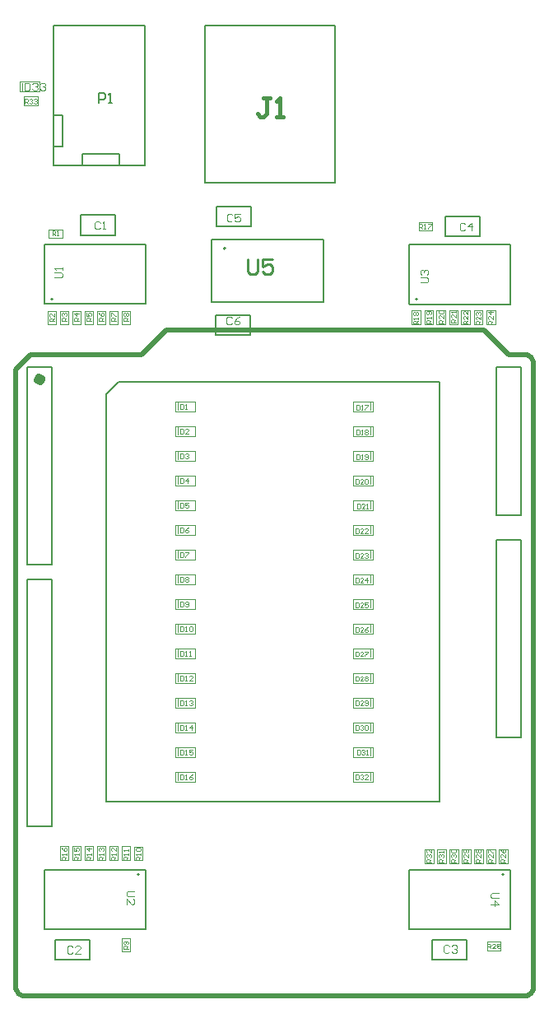
<source format=gm1>
G04*
G04 #@! TF.GenerationSoftware,Altium Limited,Altium Designer,19.0.14 (431)*
G04*
G04 Layer_Color=16711935*
%FSLAX44Y44*%
%MOMM*%
G71*
G01*
G75*
%ADD10C,0.2000*%
%ADD12C,0.1000*%
%ADD14C,1.0000*%
%ADD15C,0.5000*%
%ADD16C,0.2540*%
%ADD17C,0.4000*%
D10*
X940716Y1023620D02*
G03*
X940716Y1023620I-916J0D01*
G01*
X762803Y971550D02*
G03*
X762803Y971550I-803J0D01*
G01*
X851703Y379476D02*
G03*
X851703Y379476I-803J0D01*
G01*
X1137961Y971350D02*
G03*
X1137961Y971350I-803J0D01*
G01*
X1226861Y379476D02*
G03*
X1226861Y379476I-803J0D01*
G01*
X1041710Y968339D02*
Y1033272D01*
X926710Y968339D02*
Y1033272D01*
Y968339D02*
X1041710D01*
X926710Y1033272D02*
X1041710D01*
X754380Y1027938D02*
X858520D01*
Y966470D02*
Y1027938D01*
X754888Y966470D02*
X858520D01*
X754380Y966978D02*
Y1027938D01*
Y966978D02*
X754888Y966470D01*
X858012Y384556D02*
X858520Y384048D01*
Y323088D02*
Y384048D01*
X754380Y384556D02*
X858012D01*
X754380Y323088D02*
Y384556D01*
Y323088D02*
X858520D01*
X1129538Y1027738D02*
X1233678D01*
Y966270D02*
Y1027738D01*
X1130046Y966270D02*
X1233678D01*
X1129538Y966778D02*
Y1027738D01*
Y966778D02*
X1130046Y966270D01*
X1233170Y384556D02*
X1233678Y384048D01*
Y323088D02*
Y384048D01*
X1129538Y384556D02*
X1233170D01*
X1129538Y323088D02*
Y384556D01*
Y323088D02*
X1233678D01*
X919430Y1090956D02*
X1053541D01*
X919430D02*
Y1252084D01*
Y1253364D02*
X1053541D01*
Y1090956D02*
Y1253364D01*
X763800Y1109750D02*
X764800Y1108750D01*
X763800Y1128750D02*
X772800D01*
X763800Y1160750D02*
X772800D01*
X793800Y1120750D02*
X831800D01*
X764800Y1108750D02*
X857800D01*
X763800Y1252750D02*
X857800D01*
X831800Y1109750D02*
Y1120750D01*
X793800Y1109750D02*
Y1120750D01*
X772800Y1128750D02*
Y1160750D01*
X857800Y1108750D02*
Y1252750D01*
X763800Y1108750D02*
Y1252750D01*
X791850Y1058000D02*
X827350D01*
X791850Y1037500D02*
X827350D01*
Y1058000D01*
X791850Y1037500D02*
Y1058000D01*
X931600Y1046390D02*
X967100D01*
X931600Y1066890D02*
X967100D01*
X931600Y1046390D02*
Y1066890D01*
X967100Y1046390D02*
Y1066890D01*
X930940Y934630D02*
X966440D01*
X930940Y955130D02*
X966440D01*
X930940Y934630D02*
Y955130D01*
X966440Y934630D02*
Y955130D01*
X1167160Y1056628D02*
X1202660D01*
X1167160Y1036128D02*
X1202660D01*
Y1056628D01*
X1167160Y1036128D02*
Y1056628D01*
X1153190Y292010D02*
X1188690D01*
X1153190Y312510D02*
X1188690D01*
X1153190Y292010D02*
Y312510D01*
X1188690Y292010D02*
Y312510D01*
X765840Y292010D02*
X801340D01*
X765840Y312510D02*
X801340D01*
X765840Y292010D02*
Y312510D01*
X801340Y292010D02*
Y312510D01*
X1219200Y520700D02*
X1244600D01*
X1219200Y723900D02*
X1244600D01*
X1219200Y749300D02*
X1244600D01*
X1219200Y901700D02*
X1244600D01*
X736600Y429260D02*
X762000D01*
X736600Y683260D02*
X762000D01*
X736600Y698500D02*
X762000D01*
X736600Y901700D02*
X762000D01*
X1244600Y749300D02*
Y901700D01*
X1219200Y749300D02*
Y901700D01*
X762000Y698500D02*
Y901700D01*
X736600Y698500D02*
Y901700D01*
X1244600Y520700D02*
Y723900D01*
X1219200Y520700D02*
Y723900D01*
X762000Y429260D02*
Y683260D01*
X736600Y429260D02*
Y683260D01*
X932434Y886206D02*
X1046226D01*
X1160780D02*
X1160780Y454660D01*
X817880D02*
X1160780D01*
X817880Y873760D02*
X818134D01*
X1046226Y886206D02*
X1160780D01*
X830326D02*
X932434D01*
X817880Y873760D02*
X830326Y886206D01*
X817880Y454660D02*
Y873760D01*
X810538Y1173194D02*
Y1183191D01*
X815537D01*
X817203Y1181525D01*
Y1178192D01*
X815537Y1176526D01*
X810538D01*
X820535Y1173194D02*
X823867D01*
X822201D01*
Y1183191D01*
X820535Y1181525D01*
D12*
X1071956Y474980D02*
X1092276D01*
X1071956D02*
Y485140D01*
X1092276D01*
Y474980D02*
Y485140D01*
X1089736Y476250D02*
Y483870D01*
Y501650D02*
Y509270D01*
X1092276Y500380D02*
Y510540D01*
X1071956D02*
X1092276D01*
X1071956Y500380D02*
Y510540D01*
Y500380D02*
X1092276D01*
X1071956Y525780D02*
X1092276D01*
X1071956D02*
Y535940D01*
X1092276D01*
Y525780D02*
Y535940D01*
X1089736Y527050D02*
Y534670D01*
Y552450D02*
Y560070D01*
X1092276Y551180D02*
Y561340D01*
X1071956D02*
X1092276D01*
X1071956Y551180D02*
Y561340D01*
Y551180D02*
X1092276D01*
X1071956Y576580D02*
X1092276D01*
X1071956D02*
Y586740D01*
X1092276D01*
Y576580D02*
Y586740D01*
X1089736Y577850D02*
Y585470D01*
Y603250D02*
Y610870D01*
X1092276Y601980D02*
Y612140D01*
X1071956D02*
X1092276D01*
X1071956Y601980D02*
Y612140D01*
Y601980D02*
X1092276D01*
X1071956Y627380D02*
X1092276D01*
X1071956D02*
Y637540D01*
X1092276D01*
Y627380D02*
Y637540D01*
X1089736Y628650D02*
Y636270D01*
Y654050D02*
Y661670D01*
X1092276Y652780D02*
Y662940D01*
X1071956D02*
X1092276D01*
X1071956Y652780D02*
Y662940D01*
Y652780D02*
X1092276D01*
X1071956Y678180D02*
X1092276D01*
X1071956D02*
Y688340D01*
X1092276D01*
Y678180D02*
Y688340D01*
X1089736Y679450D02*
Y687070D01*
Y704850D02*
Y712470D01*
X1092276Y703580D02*
Y713740D01*
X1071956D02*
X1092276D01*
X1071956Y703580D02*
Y713740D01*
Y703580D02*
X1092276D01*
X1071956Y728980D02*
X1092276D01*
X1071956D02*
Y739140D01*
X1092276D01*
Y728980D02*
Y739140D01*
X1089736Y730250D02*
Y737870D01*
Y755650D02*
Y763270D01*
X1092276Y754380D02*
Y764540D01*
X1071956D02*
X1092276D01*
X1071956Y754380D02*
Y764540D01*
Y754380D02*
X1092276D01*
X1071956Y779780D02*
X1092276D01*
X1071956D02*
Y789940D01*
X1092276D01*
Y779780D02*
Y789940D01*
X1089736Y781050D02*
Y788670D01*
Y806450D02*
Y814070D01*
X1092276Y805180D02*
Y815340D01*
X1071956D02*
X1092276D01*
X1071956Y805180D02*
Y815340D01*
Y805180D02*
X1092276D01*
X1071956Y830580D02*
X1092276D01*
X1071956D02*
Y840740D01*
X1092276D01*
Y830580D02*
Y840740D01*
X1089736Y831850D02*
Y839470D01*
Y857250D02*
Y864870D01*
X1092276Y855980D02*
Y866140D01*
X1071956D02*
X1092276D01*
X1071956Y855980D02*
Y866140D01*
Y855980D02*
X1092276D01*
X889076Y485140D02*
X909396D01*
Y474980D02*
Y485140D01*
X889076Y474980D02*
X909396D01*
X889076D02*
Y485140D01*
X891616Y476250D02*
Y483870D01*
Y501650D02*
Y509270D01*
X889076Y500380D02*
Y510540D01*
Y500380D02*
X909396D01*
Y510540D01*
X889076D02*
X909396D01*
X889076Y535940D02*
X909396D01*
Y525780D02*
Y535940D01*
X889076Y525780D02*
X909396D01*
X889076D02*
Y535940D01*
X891616Y527050D02*
Y534670D01*
Y552450D02*
Y560070D01*
X889076Y551180D02*
Y561340D01*
Y551180D02*
X909396D01*
Y561340D01*
X889076D02*
X909396D01*
X889076Y586740D02*
X909396D01*
Y576580D02*
Y586740D01*
X889076Y576580D02*
X909396D01*
X889076D02*
Y586740D01*
X891616Y577850D02*
Y585470D01*
Y603250D02*
Y610870D01*
X889076Y601980D02*
Y612140D01*
Y601980D02*
X909396D01*
Y612140D01*
X889076D02*
X909396D01*
X889076Y637540D02*
X909396D01*
Y627380D02*
Y637540D01*
X889076Y627380D02*
X909396D01*
X889076D02*
Y637540D01*
X891616Y628650D02*
Y636270D01*
Y654050D02*
Y661670D01*
X889076Y652780D02*
Y662940D01*
Y652780D02*
X909396D01*
Y662940D01*
X889076D02*
X909396D01*
X889076Y688340D02*
X909396D01*
Y678180D02*
Y688340D01*
X889076Y678180D02*
X909396D01*
X889076D02*
Y688340D01*
X891616Y679450D02*
Y687070D01*
Y704850D02*
Y712470D01*
X889076Y703580D02*
Y713740D01*
Y703580D02*
X909396D01*
Y713740D01*
X889076D02*
X909396D01*
X889076Y739140D02*
X909396D01*
Y728980D02*
Y739140D01*
X889076Y728980D02*
X909396D01*
X889076D02*
Y739140D01*
X891616Y730250D02*
Y737870D01*
Y755650D02*
Y763270D01*
X889076Y754380D02*
Y764540D01*
Y754380D02*
X909396D01*
Y764540D01*
X889076D02*
X909396D01*
X889076Y789940D02*
X909396D01*
Y779780D02*
Y789940D01*
X889076Y779780D02*
X909396D01*
X889076D02*
Y789940D01*
X891616Y781050D02*
Y788670D01*
Y806450D02*
Y814070D01*
X889076Y805180D02*
Y815340D01*
Y805180D02*
X909396D01*
Y815340D01*
X889076D02*
X909396D01*
X731520Y1186180D02*
Y1193800D01*
X728980Y1184910D02*
Y1195070D01*
Y1184910D02*
X749300D01*
Y1195070D01*
X728980D02*
X749300D01*
X733298Y1170973D02*
Y1180117D01*
Y1170973D02*
X747522D01*
Y1180117D01*
X733298D02*
X747522D01*
X842772Y945388D02*
Y959612D01*
X833628Y945388D02*
X842772D01*
X833628D02*
Y959612D01*
X842772D01*
X820928D02*
X830072D01*
X820928Y945388D02*
Y959612D01*
Y945388D02*
X830072D01*
Y959612D01*
X817372Y945388D02*
Y959612D01*
X808228Y945388D02*
X817372D01*
X808228D02*
Y959612D01*
X817372D01*
X795528D02*
X804672D01*
X795528Y945388D02*
Y959612D01*
Y945388D02*
X804672D01*
Y959612D01*
X791972Y945388D02*
Y959612D01*
X782828Y945388D02*
X791972D01*
X782828D02*
Y959612D01*
X791972D01*
X770128D02*
X779272D01*
X770128Y945388D02*
Y959612D01*
Y945388D02*
X779272D01*
Y959612D01*
X766572Y945388D02*
Y959612D01*
X757428Y945388D02*
X766572D01*
X757428D02*
Y959612D01*
X766572D01*
X772912Y1034288D02*
Y1043432D01*
X758688D02*
X772912D01*
X758688Y1034288D02*
Y1043432D01*
Y1034288D02*
X772912D01*
X1153470Y1041908D02*
Y1051052D01*
X1139246D02*
X1153470D01*
X1139246Y1041908D02*
Y1051052D01*
Y1041908D02*
X1153470D01*
X1218250Y945937D02*
Y960161D01*
X1209106Y945937D02*
X1218250D01*
X1209106D02*
Y960161D01*
X1218250D01*
X1196086D02*
X1205230D01*
X1196086Y945937D02*
Y960161D01*
Y945937D02*
X1205230D01*
Y960161D01*
X1192342Y945937D02*
Y960161D01*
X1183198Y945937D02*
X1192342D01*
X1183198D02*
Y960161D01*
X1192342D01*
X1170686D02*
X1179830D01*
X1170686Y945937D02*
Y960161D01*
Y945937D02*
X1179830D01*
Y960161D01*
X1166942Y945937D02*
Y960161D01*
X1157798Y945937D02*
X1166942D01*
X1157798D02*
Y960161D01*
X1166942D01*
X1145286D02*
X1154430D01*
X1145286Y945937D02*
Y960161D01*
Y945937D02*
X1154430D01*
Y960161D01*
X1141542Y945937D02*
Y960161D01*
X1132398Y945937D02*
X1141542D01*
X1132398D02*
Y960161D01*
X1141542D01*
X1221580Y391358D02*
Y405582D01*
X1230724D01*
Y391358D02*
Y405582D01*
X1221580Y391358D02*
X1230724D01*
X1208880D02*
X1218024D01*
Y405582D01*
X1208880D02*
X1218024D01*
X1208880Y391358D02*
Y405582D01*
X1196180Y391358D02*
Y405582D01*
X1205324D01*
Y391358D02*
Y405582D01*
X1196180Y391358D02*
X1205324D01*
X1183480D02*
X1192624D01*
Y405582D01*
X1183480D02*
X1192624D01*
X1183480Y391358D02*
Y405582D01*
X1170780Y391358D02*
Y405582D01*
X1179924D01*
Y391358D02*
Y405582D01*
X1170780Y391358D02*
X1179924D01*
X1158080D02*
X1167224D01*
Y405582D01*
X1158080D02*
X1167224D01*
X1158080Y391358D02*
Y405582D01*
X1145380Y391358D02*
Y405582D01*
X1154524D01*
Y391358D02*
Y405582D01*
X1145380Y391358D02*
X1154524D01*
X1209548Y301498D02*
Y310642D01*
Y301498D02*
X1223772D01*
Y310642D01*
X1209548D02*
X1223772D01*
X846328Y394208D02*
Y408432D01*
X855472D01*
Y394208D02*
Y408432D01*
X846328Y394208D02*
X855472D01*
X833628Y394426D02*
X842772D01*
Y408650D01*
X833628D02*
X842772D01*
X833628Y394426D02*
Y408650D01*
X820928Y394426D02*
Y408650D01*
X830072D01*
Y394426D02*
Y408650D01*
X820928Y394426D02*
X830072D01*
X808228D02*
X817372D01*
Y408650D01*
X808228D02*
X817372D01*
X808228Y394426D02*
Y408650D01*
X795528Y394426D02*
Y408650D01*
X804672D01*
Y394426D02*
Y408650D01*
X795528Y394426D02*
X804672D01*
X782828Y394426D02*
X791972D01*
Y408650D01*
X782828D02*
X791972D01*
X782828Y394426D02*
Y408650D01*
X770128Y394426D02*
Y408650D01*
X779272D01*
Y394426D02*
Y408650D01*
X770128Y394426D02*
X779272D01*
X833628Y314452D02*
X842772D01*
X833628Y300228D02*
Y314452D01*
Y300228D02*
X842772D01*
Y314452D01*
X889076Y866140D02*
X909396D01*
Y855980D02*
Y866140D01*
X889076Y855980D02*
X909396D01*
X889076D02*
Y866140D01*
X891616Y857250D02*
Y864870D01*
Y831850D02*
Y839470D01*
X889076Y830580D02*
Y840740D01*
Y830580D02*
X909396D01*
Y840740D01*
X889076D02*
X909396D01*
X764671Y993648D02*
X771335D01*
X772668Y994981D01*
Y997647D01*
X771335Y998980D01*
X764671D01*
X772668Y1001645D02*
Y1004311D01*
Y1002978D01*
X764671D01*
X766003Y1001645D01*
X846959Y362458D02*
X840295D01*
X838962Y361125D01*
Y358459D01*
X840295Y357126D01*
X846959D01*
X838962Y349129D02*
Y354461D01*
X844294Y349129D01*
X845627D01*
X846959Y350462D01*
Y353128D01*
X845627Y354461D01*
X1141099Y988568D02*
X1147763D01*
X1149096Y989901D01*
Y992567D01*
X1147763Y993900D01*
X1141099D01*
X1142431Y996565D02*
X1141099Y997898D01*
Y1000564D01*
X1142431Y1001897D01*
X1143764D01*
X1145097Y1000564D01*
Y999231D01*
Y1000564D01*
X1146430Y1001897D01*
X1147763D01*
X1149096Y1000564D01*
Y997898D01*
X1147763Y996565D01*
X1221609Y360680D02*
X1214945D01*
X1213612Y359347D01*
Y356681D01*
X1214945Y355348D01*
X1221609D01*
X1213612Y348684D02*
X1221609D01*
X1217611Y352683D01*
Y347351D01*
X1074166Y482264D02*
Y477266D01*
X1076665D01*
X1077498Y478099D01*
Y481431D01*
X1076665Y482264D01*
X1074166D01*
X1079164Y481431D02*
X1079997Y482264D01*
X1081664D01*
X1082497Y481431D01*
Y480598D01*
X1081664Y479765D01*
X1080831D01*
X1081664D01*
X1082497Y478932D01*
Y478099D01*
X1081664Y477266D01*
X1079997D01*
X1079164Y478099D01*
X1087495Y477266D02*
X1084163D01*
X1087495Y480598D01*
Y481431D01*
X1086662Y482264D01*
X1084996D01*
X1084163Y481431D01*
X1075832Y507631D02*
Y502632D01*
X1078331D01*
X1079164Y503465D01*
Y506797D01*
X1078331Y507631D01*
X1075832D01*
X1080831Y506797D02*
X1081664Y507631D01*
X1083330D01*
X1084163Y506797D01*
Y505964D01*
X1083330Y505131D01*
X1082497D01*
X1083330D01*
X1084163Y504298D01*
Y503465D01*
X1083330Y502632D01*
X1081664D01*
X1080831Y503465D01*
X1085829Y502632D02*
X1087495D01*
X1086662D01*
Y507631D01*
X1085829Y506797D01*
X1074166Y532997D02*
Y527998D01*
X1076665D01*
X1077498Y528831D01*
Y532164D01*
X1076665Y532997D01*
X1074166D01*
X1079164Y532164D02*
X1079997Y532997D01*
X1081664D01*
X1082497Y532164D01*
Y531330D01*
X1081664Y530497D01*
X1080831D01*
X1081664D01*
X1082497Y529664D01*
Y528831D01*
X1081664Y527998D01*
X1079997D01*
X1079164Y528831D01*
X1084163Y532164D02*
X1084996Y532997D01*
X1086662D01*
X1087495Y532164D01*
Y528831D01*
X1086662Y527998D01*
X1084996D01*
X1084163Y528831D01*
Y532164D01*
X1074166Y558363D02*
Y553364D01*
X1076665D01*
X1077498Y554197D01*
Y557530D01*
X1076665Y558363D01*
X1074166D01*
X1082497Y553364D02*
X1079164D01*
X1082497Y556697D01*
Y557530D01*
X1081664Y558363D01*
X1079997D01*
X1079164Y557530D01*
X1084163Y554197D02*
X1084996Y553364D01*
X1086662D01*
X1087495Y554197D01*
Y557530D01*
X1086662Y558363D01*
X1084996D01*
X1084163Y557530D01*
Y556697D01*
X1084996Y555863D01*
X1087495D01*
X1074166Y583729D02*
Y578731D01*
X1076665D01*
X1077498Y579563D01*
Y582896D01*
X1076665Y583729D01*
X1074166D01*
X1082497Y578731D02*
X1079164D01*
X1082497Y582063D01*
Y582896D01*
X1081664Y583729D01*
X1079997D01*
X1079164Y582896D01*
X1084163D02*
X1084996Y583729D01*
X1086662D01*
X1087495Y582896D01*
Y582063D01*
X1086662Y581230D01*
X1087495Y580397D01*
Y579563D01*
X1086662Y578731D01*
X1084996D01*
X1084163Y579563D01*
Y580397D01*
X1084996Y581230D01*
X1084163Y582063D01*
Y582896D01*
X1084996Y581230D02*
X1086662D01*
X1074166Y609095D02*
Y604097D01*
X1076665D01*
X1077498Y604930D01*
Y608262D01*
X1076665Y609095D01*
X1074166D01*
X1082497Y604097D02*
X1079164D01*
X1082497Y607429D01*
Y608262D01*
X1081664Y609095D01*
X1079997D01*
X1079164Y608262D01*
X1084163Y609095D02*
X1087495D01*
Y608262D01*
X1084163Y604930D01*
Y604097D01*
X1074166Y634461D02*
Y629463D01*
X1076665D01*
X1077498Y630296D01*
Y633628D01*
X1076665Y634461D01*
X1074166D01*
X1082497Y629463D02*
X1079164D01*
X1082497Y632795D01*
Y633628D01*
X1081664Y634461D01*
X1079997D01*
X1079164Y633628D01*
X1087495Y634461D02*
X1085829Y633628D01*
X1084163Y631962D01*
Y630296D01*
X1084996Y629463D01*
X1086662D01*
X1087495Y630296D01*
Y631129D01*
X1086662Y631962D01*
X1084163D01*
X1074166Y659827D02*
Y654829D01*
X1076665D01*
X1077498Y655662D01*
Y658994D01*
X1076665Y659827D01*
X1074166D01*
X1082497Y654829D02*
X1079164D01*
X1082497Y658161D01*
Y658994D01*
X1081664Y659827D01*
X1079997D01*
X1079164Y658994D01*
X1087495Y659827D02*
X1084163D01*
Y657328D01*
X1085829Y658161D01*
X1086662D01*
X1087495Y657328D01*
Y655662D01*
X1086662Y654829D01*
X1084996D01*
X1084163Y655662D01*
X1074166Y685193D02*
Y680195D01*
X1076665D01*
X1077498Y681028D01*
Y684360D01*
X1076665Y685193D01*
X1074166D01*
X1082497Y680195D02*
X1079164D01*
X1082497Y683527D01*
Y684360D01*
X1081664Y685193D01*
X1079997D01*
X1079164Y684360D01*
X1086662Y680195D02*
Y685193D01*
X1084163Y682694D01*
X1087495D01*
X1074166Y710559D02*
Y705561D01*
X1076665D01*
X1077498Y706394D01*
Y709726D01*
X1076665Y710559D01*
X1074166D01*
X1082497Y705561D02*
X1079164D01*
X1082497Y708893D01*
Y709726D01*
X1081664Y710559D01*
X1079997D01*
X1079164Y709726D01*
X1084163D02*
X1084996Y710559D01*
X1086662D01*
X1087495Y709726D01*
Y708893D01*
X1086662Y708060D01*
X1085829D01*
X1086662D01*
X1087495Y707227D01*
Y706394D01*
X1086662Y705561D01*
X1084996D01*
X1084163Y706394D01*
X1074166Y735926D02*
Y730927D01*
X1076665D01*
X1077498Y731760D01*
Y735092D01*
X1076665Y735926D01*
X1074166D01*
X1082497Y730927D02*
X1079164D01*
X1082497Y734259D01*
Y735092D01*
X1081664Y735926D01*
X1079997D01*
X1079164Y735092D01*
X1087495Y730927D02*
X1084163D01*
X1087495Y734259D01*
Y735092D01*
X1086662Y735926D01*
X1084996D01*
X1084163Y735092D01*
X1075832Y761292D02*
Y756293D01*
X1078331D01*
X1079164Y757126D01*
Y760459D01*
X1078331Y761292D01*
X1075832D01*
X1084163Y756293D02*
X1080831D01*
X1084163Y759625D01*
Y760459D01*
X1083330Y761292D01*
X1081664D01*
X1080831Y760459D01*
X1085829Y756293D02*
X1087495D01*
X1086662D01*
Y761292D01*
X1085829Y760459D01*
X1074166Y786658D02*
Y781659D01*
X1076665D01*
X1077498Y782493D01*
Y785825D01*
X1076665Y786658D01*
X1074166D01*
X1082497Y781659D02*
X1079164D01*
X1082497Y784992D01*
Y785825D01*
X1081664Y786658D01*
X1079997D01*
X1079164Y785825D01*
X1084163D02*
X1084996Y786658D01*
X1086662D01*
X1087495Y785825D01*
Y782493D01*
X1086662Y781659D01*
X1084996D01*
X1084163Y782493D01*
Y785825D01*
X1074999Y812024D02*
Y807026D01*
X1077498D01*
X1078331Y807859D01*
Y811191D01*
X1077498Y812024D01*
X1074999D01*
X1079997Y807026D02*
X1081664D01*
X1080831D01*
Y812024D01*
X1079997Y811191D01*
X1084163Y807859D02*
X1084996Y807026D01*
X1086662D01*
X1087495Y807859D01*
Y811191D01*
X1086662Y812024D01*
X1084996D01*
X1084163Y811191D01*
Y810358D01*
X1084996Y809525D01*
X1087495D01*
X1074999Y837390D02*
Y832392D01*
X1077498D01*
X1078331Y833225D01*
Y836557D01*
X1077498Y837390D01*
X1074999D01*
X1079997Y832392D02*
X1081664D01*
X1080831D01*
Y837390D01*
X1079997Y836557D01*
X1084163D02*
X1084996Y837390D01*
X1086662D01*
X1087495Y836557D01*
Y835724D01*
X1086662Y834891D01*
X1087495Y834058D01*
Y833225D01*
X1086662Y832392D01*
X1084996D01*
X1084163Y833225D01*
Y834058D01*
X1084996Y834891D01*
X1084163Y835724D01*
Y836557D01*
X1084996Y834891D02*
X1086662D01*
X1074999Y862756D02*
Y857758D01*
X1077498D01*
X1078331Y858591D01*
Y861923D01*
X1077498Y862756D01*
X1074999D01*
X1079997Y857758D02*
X1081664D01*
X1080831D01*
Y862756D01*
X1079997Y861923D01*
X1084163Y862756D02*
X1087495D01*
Y861923D01*
X1084163Y858591D01*
Y857758D01*
X894410Y482264D02*
Y477266D01*
X896909D01*
X897742Y478099D01*
Y481431D01*
X896909Y482264D01*
X894410D01*
X899408Y477266D02*
X901075D01*
X900241D01*
Y482264D01*
X899408Y481431D01*
X906906Y482264D02*
X905240Y481431D01*
X903574Y479765D01*
Y478099D01*
X904407Y477266D01*
X906073D01*
X906906Y478099D01*
Y478932D01*
X906073Y479765D01*
X903574D01*
X894410Y507664D02*
Y502666D01*
X896909D01*
X897742Y503499D01*
Y506831D01*
X896909Y507664D01*
X894410D01*
X899408Y502666D02*
X901075D01*
X900241D01*
Y507664D01*
X899408Y506831D01*
X906906Y507664D02*
X903574D01*
Y505165D01*
X905240Y505998D01*
X906073D01*
X906906Y505165D01*
Y503499D01*
X906073Y502666D01*
X904407D01*
X903574Y503499D01*
X894410Y533064D02*
Y528066D01*
X896909D01*
X897742Y528899D01*
Y532231D01*
X896909Y533064D01*
X894410D01*
X899408Y528066D02*
X901075D01*
X900241D01*
Y533064D01*
X899408Y532231D01*
X906073Y528066D02*
Y533064D01*
X903574Y530565D01*
X906906D01*
X894410Y558464D02*
Y553466D01*
X896909D01*
X897742Y554299D01*
Y557631D01*
X896909Y558464D01*
X894410D01*
X899408Y553466D02*
X901075D01*
X900241D01*
Y558464D01*
X899408Y557631D01*
X903574D02*
X904407Y558464D01*
X906073D01*
X906906Y557631D01*
Y556798D01*
X906073Y555965D01*
X905240D01*
X906073D01*
X906906Y555132D01*
Y554299D01*
X906073Y553466D01*
X904407D01*
X903574Y554299D01*
X894410Y583864D02*
Y578866D01*
X896909D01*
X897742Y579699D01*
Y583031D01*
X896909Y583864D01*
X894410D01*
X899408Y578866D02*
X901075D01*
X900241D01*
Y583864D01*
X899408Y583031D01*
X906906Y578866D02*
X903574D01*
X906906Y582198D01*
Y583031D01*
X906073Y583864D01*
X904407D01*
X903574Y583031D01*
X894410Y609264D02*
Y604266D01*
X896909D01*
X897742Y605099D01*
Y608431D01*
X896909Y609264D01*
X894410D01*
X899408Y604266D02*
X901075D01*
X900241D01*
Y609264D01*
X899408Y608431D01*
X903574Y604266D02*
X905240D01*
X904407D01*
Y609264D01*
X903574Y608431D01*
X894410Y634664D02*
Y629666D01*
X896909D01*
X897742Y630499D01*
Y633831D01*
X896909Y634664D01*
X894410D01*
X899408Y629666D02*
X901075D01*
X900241D01*
Y634664D01*
X899408Y633831D01*
X903574D02*
X904407Y634664D01*
X906073D01*
X906906Y633831D01*
Y630499D01*
X906073Y629666D01*
X904407D01*
X903574Y630499D01*
Y633831D01*
X894410Y660064D02*
Y655066D01*
X896909D01*
X897742Y655899D01*
Y659231D01*
X896909Y660064D01*
X894410D01*
X899408Y655899D02*
X900241Y655066D01*
X901908D01*
X902741Y655899D01*
Y659231D01*
X901908Y660064D01*
X900241D01*
X899408Y659231D01*
Y658398D01*
X900241Y657565D01*
X902741D01*
X894410Y685464D02*
Y680466D01*
X896909D01*
X897742Y681299D01*
Y684631D01*
X896909Y685464D01*
X894410D01*
X899408Y684631D02*
X900241Y685464D01*
X901908D01*
X902741Y684631D01*
Y683798D01*
X901908Y682965D01*
X902741Y682132D01*
Y681299D01*
X901908Y680466D01*
X900241D01*
X899408Y681299D01*
Y682132D01*
X900241Y682965D01*
X899408Y683798D01*
Y684631D01*
X900241Y682965D02*
X901908D01*
X894410Y710864D02*
Y705866D01*
X896909D01*
X897742Y706699D01*
Y710031D01*
X896909Y710864D01*
X894410D01*
X899408D02*
X902741D01*
Y710031D01*
X899408Y706699D01*
Y705866D01*
X894410Y736264D02*
Y731266D01*
X896909D01*
X897742Y732099D01*
Y735431D01*
X896909Y736264D01*
X894410D01*
X902741D02*
X901075Y735431D01*
X899408Y733765D01*
Y732099D01*
X900241Y731266D01*
X901908D01*
X902741Y732099D01*
Y732932D01*
X901908Y733765D01*
X899408D01*
X894410Y761664D02*
Y756666D01*
X896909D01*
X897742Y757499D01*
Y760831D01*
X896909Y761664D01*
X894410D01*
X902741D02*
X899408D01*
Y759165D01*
X901075Y759998D01*
X901908D01*
X902741Y759165D01*
Y757499D01*
X901908Y756666D01*
X900241D01*
X899408Y757499D01*
X894410Y787064D02*
Y782066D01*
X896909D01*
X897742Y782899D01*
Y786231D01*
X896909Y787064D01*
X894410D01*
X901908Y782066D02*
Y787064D01*
X899408Y784565D01*
X902741D01*
X894410Y812464D02*
Y807466D01*
X896909D01*
X897742Y808299D01*
Y811631D01*
X896909Y812464D01*
X894410D01*
X899408Y811631D02*
X900241Y812464D01*
X901908D01*
X902741Y811631D01*
Y810798D01*
X901908Y809965D01*
X901075D01*
X901908D01*
X902741Y809132D01*
Y808299D01*
X901908Y807466D01*
X900241D01*
X899408Y808299D01*
X734060Y1194177D02*
Y1186180D01*
X738059D01*
X739392Y1187513D01*
Y1192844D01*
X738059Y1194177D01*
X734060D01*
X742057Y1192844D02*
X743390Y1194177D01*
X746056D01*
X747389Y1192844D01*
Y1191512D01*
X746056Y1190179D01*
X744723D01*
X746056D01*
X747389Y1188846D01*
Y1187513D01*
X746056Y1186180D01*
X743390D01*
X742057Y1187513D01*
X750055Y1192844D02*
X751388Y1194177D01*
X754054D01*
X755386Y1192844D01*
Y1191512D01*
X754054Y1190179D01*
X752721D01*
X754054D01*
X755386Y1188846D01*
Y1187513D01*
X754054Y1186180D01*
X751388D01*
X750055Y1187513D01*
X733806Y1173005D02*
Y1178003D01*
X736305D01*
X737138Y1177170D01*
Y1175504D01*
X736305Y1174671D01*
X733806D01*
X735472D02*
X737138Y1173005D01*
X738804Y1177170D02*
X739637Y1178003D01*
X741303D01*
X742137Y1177170D01*
Y1176337D01*
X741303Y1175504D01*
X740471D01*
X741303D01*
X742137Y1174671D01*
Y1173838D01*
X741303Y1173005D01*
X739637D01*
X738804Y1173838D01*
X743803Y1177170D02*
X744636Y1178003D01*
X746302D01*
X747135Y1177170D01*
Y1176337D01*
X746302Y1175504D01*
X745469D01*
X746302D01*
X747135Y1174671D01*
Y1173838D01*
X746302Y1173005D01*
X744636D01*
X743803Y1173838D01*
X840994Y948944D02*
X835996D01*
Y951443D01*
X836829Y952276D01*
X838495D01*
X839328Y951443D01*
Y948944D01*
Y950610D02*
X840994Y952276D01*
X836829Y953942D02*
X835996Y954775D01*
Y956441D01*
X836829Y957275D01*
X837662D01*
X838495Y956441D01*
X839328Y957275D01*
X840161D01*
X840994Y956441D01*
Y954775D01*
X840161Y953942D01*
X839328D01*
X838495Y954775D01*
X837662Y953942D01*
X836829D01*
X838495Y954775D02*
Y956441D01*
X828040Y949452D02*
X823042D01*
Y951951D01*
X823875Y952784D01*
X825541D01*
X826374Y951951D01*
Y949452D01*
Y951118D02*
X828040Y952784D01*
X823042Y954450D02*
Y957783D01*
X823875D01*
X827207Y954450D01*
X828040D01*
X815086Y949198D02*
X810088D01*
Y951697D01*
X810921Y952530D01*
X812587D01*
X813420Y951697D01*
Y949198D01*
Y950864D02*
X815086Y952530D01*
X810088Y957529D02*
X810921Y955863D01*
X812587Y954196D01*
X814253D01*
X815086Y955029D01*
Y956695D01*
X814253Y957529D01*
X813420D01*
X812587Y956695D01*
Y954196D01*
X802386Y948944D02*
X797388D01*
Y951443D01*
X798221Y952276D01*
X799887D01*
X800720Y951443D01*
Y948944D01*
Y950610D02*
X802386Y952276D01*
X797388Y957275D02*
Y953942D01*
X799887D01*
X799054Y955609D01*
Y956441D01*
X799887Y957275D01*
X801553D01*
X802386Y956441D01*
Y954775D01*
X801553Y953942D01*
X790194Y949198D02*
X785196D01*
Y951697D01*
X786029Y952530D01*
X787695D01*
X788528Y951697D01*
Y949198D01*
Y950864D02*
X790194Y952530D01*
Y956695D02*
X785196D01*
X787695Y954196D01*
Y957529D01*
X776986Y949198D02*
X771988D01*
Y951697D01*
X772821Y952530D01*
X774487D01*
X775320Y951697D01*
Y949198D01*
Y950864D02*
X776986Y952530D01*
X772821Y954196D02*
X771988Y955029D01*
Y956695D01*
X772821Y957529D01*
X773654D01*
X774487Y956695D01*
Y955863D01*
Y956695D01*
X775320Y957529D01*
X776153D01*
X776986Y956695D01*
Y955029D01*
X776153Y954196D01*
X764286Y948690D02*
X759288D01*
Y951189D01*
X760121Y952022D01*
X761787D01*
X762620Y951189D01*
Y948690D01*
Y950356D02*
X764286Y952022D01*
Y957021D02*
Y953688D01*
X760954Y957021D01*
X760121D01*
X759288Y956188D01*
Y954521D01*
X760121Y953688D01*
X762508Y1036828D02*
Y1041826D01*
X765007D01*
X765840Y1040993D01*
Y1039327D01*
X765007Y1038494D01*
X762508D01*
X764174D02*
X765840Y1036828D01*
X767506D02*
X769173D01*
X768339D01*
Y1041826D01*
X767506Y1040993D01*
X811682Y1050164D02*
X810349Y1051497D01*
X807683D01*
X806350Y1050164D01*
Y1044833D01*
X807683Y1043500D01*
X810349D01*
X811682Y1044833D01*
X814347Y1043500D02*
X817013D01*
X815680D01*
Y1051497D01*
X814347Y1050164D01*
X947672Y1057971D02*
X946339Y1059303D01*
X943673D01*
X942340Y1057971D01*
Y1052639D01*
X943673Y1051306D01*
X946339D01*
X947672Y1052639D01*
X955669Y1059303D02*
X950337D01*
Y1055305D01*
X953003Y1056638D01*
X954336D01*
X955669Y1055305D01*
Y1052639D01*
X954336Y1051306D01*
X951670D01*
X950337Y1052639D01*
X947164Y952053D02*
X945831Y953385D01*
X943165D01*
X941832Y952053D01*
Y946721D01*
X943165Y945388D01*
X945831D01*
X947164Y946721D01*
X955161Y953385D02*
X952495Y952053D01*
X949829Y949387D01*
Y946721D01*
X951162Y945388D01*
X953828D01*
X955161Y946721D01*
Y948054D01*
X953828Y949387D01*
X949829D01*
X1186992Y1048792D02*
X1185659Y1050125D01*
X1182993D01*
X1181660Y1048792D01*
Y1043461D01*
X1182993Y1042128D01*
X1185659D01*
X1186992Y1043461D01*
X1193656Y1042128D02*
Y1050125D01*
X1189657Y1046127D01*
X1194989D01*
X1139952Y1043940D02*
Y1048938D01*
X1142451D01*
X1143284Y1048105D01*
Y1046439D01*
X1142451Y1045606D01*
X1139952D01*
X1141618D02*
X1143284Y1043940D01*
X1144950D02*
X1146617D01*
X1145783D01*
Y1048938D01*
X1144950Y1048105D01*
X1149116Y1048938D02*
X1152448D01*
Y1048105D01*
X1149116Y1044773D01*
Y1043940D01*
X1215898Y945642D02*
X1210900D01*
Y948141D01*
X1211733Y948974D01*
X1213399D01*
X1214232Y948141D01*
Y945642D01*
Y947308D02*
X1215898Y948974D01*
Y953973D02*
Y950640D01*
X1212566Y953973D01*
X1211733D01*
X1210900Y953139D01*
Y951473D01*
X1211733Y950640D01*
X1215898Y958138D02*
X1210900D01*
X1213399Y955639D01*
Y958971D01*
X1203198Y945388D02*
X1198200D01*
Y947887D01*
X1199033Y948720D01*
X1200699D01*
X1201532Y947887D01*
Y945388D01*
Y947054D02*
X1203198Y948720D01*
Y953719D02*
Y950386D01*
X1199866Y953719D01*
X1199033D01*
X1198200Y952886D01*
Y951219D01*
X1199033Y950386D01*
Y955385D02*
X1198200Y956218D01*
Y957884D01*
X1199033Y958717D01*
X1199866D01*
X1200699Y957884D01*
Y957051D01*
Y957884D01*
X1201532Y958717D01*
X1202365D01*
X1203198Y957884D01*
Y956218D01*
X1202365Y955385D01*
X1189990Y946150D02*
X1184992D01*
Y948649D01*
X1185825Y949482D01*
X1187491D01*
X1188324Y948649D01*
Y946150D01*
Y947816D02*
X1189990Y949482D01*
Y954481D02*
Y951148D01*
X1186658Y954481D01*
X1185825D01*
X1184992Y953648D01*
Y951981D01*
X1185825Y951148D01*
X1189990Y959479D02*
Y956147D01*
X1186658Y959479D01*
X1185825D01*
X1184992Y958646D01*
Y956980D01*
X1185825Y956147D01*
X1177544Y947420D02*
X1172546D01*
Y949919D01*
X1173379Y950752D01*
X1175045D01*
X1175878Y949919D01*
Y947420D01*
Y949086D02*
X1177544Y950752D01*
Y955751D02*
Y952418D01*
X1174212Y955751D01*
X1173379D01*
X1172546Y954918D01*
Y953251D01*
X1173379Y952418D01*
X1177544Y957417D02*
Y959083D01*
Y958250D01*
X1172546D01*
X1173379Y957417D01*
X1164844Y946912D02*
X1159846D01*
Y949411D01*
X1160679Y950244D01*
X1162345D01*
X1163178Y949411D01*
Y946912D01*
Y948578D02*
X1164844Y950244D01*
Y955243D02*
Y951910D01*
X1161512Y955243D01*
X1160679D01*
X1159846Y954409D01*
Y952743D01*
X1160679Y951910D01*
Y956909D02*
X1159846Y957742D01*
Y959408D01*
X1160679Y960241D01*
X1164011D01*
X1164844Y959408D01*
Y957742D01*
X1164011Y956909D01*
X1160679D01*
X1152144Y946912D02*
X1147146D01*
Y949411D01*
X1147979Y950244D01*
X1149645D01*
X1150478Y949411D01*
Y946912D01*
Y948578D02*
X1152144Y950244D01*
Y951910D02*
Y953577D01*
Y952743D01*
X1147146D01*
X1147979Y951910D01*
X1151311Y956076D02*
X1152144Y956909D01*
Y958575D01*
X1151311Y959408D01*
X1147979D01*
X1147146Y958575D01*
Y956909D01*
X1147979Y956076D01*
X1148812D01*
X1149645Y956909D01*
Y959408D01*
X1138936Y946150D02*
X1133938D01*
Y948649D01*
X1134771Y949482D01*
X1136437D01*
X1137270Y948649D01*
Y946150D01*
Y947816D02*
X1138936Y949482D01*
Y951148D02*
Y952814D01*
Y951981D01*
X1133938D01*
X1134771Y951148D01*
Y955314D02*
X1133938Y956147D01*
Y957813D01*
X1134771Y958646D01*
X1135604D01*
X1136437Y957813D01*
X1137270Y958646D01*
X1138103D01*
X1138936Y957813D01*
Y956147D01*
X1138103Y955314D01*
X1137270D01*
X1136437Y956147D01*
X1135604Y955314D01*
X1134771D01*
X1136437Y956147D02*
Y957813D01*
X1228692Y391866D02*
X1223694D01*
Y394365D01*
X1224527Y395198D01*
X1226193D01*
X1227026Y394365D01*
Y391866D01*
Y393532D02*
X1228692Y395198D01*
Y400197D02*
Y396864D01*
X1225360Y400197D01*
X1224527D01*
X1223694Y399364D01*
Y397697D01*
X1224527Y396864D01*
X1223694Y405195D02*
X1224527Y403529D01*
X1226193Y401863D01*
X1227859D01*
X1228692Y402696D01*
Y404362D01*
X1227859Y405195D01*
X1227026D01*
X1226193Y404362D01*
Y401863D01*
X1215992Y391866D02*
X1210994D01*
Y394365D01*
X1211827Y395198D01*
X1213493D01*
X1214326Y394365D01*
Y391866D01*
Y393532D02*
X1215992Y395198D01*
Y400197D02*
Y396864D01*
X1212660Y400197D01*
X1211827D01*
X1210994Y399364D01*
Y397697D01*
X1211827Y396864D01*
X1210994Y401863D02*
Y405195D01*
X1211827D01*
X1215159Y401863D01*
X1215992D01*
X1203292Y391866D02*
X1198294D01*
Y394365D01*
X1199127Y395198D01*
X1200793D01*
X1201626Y394365D01*
Y391866D01*
Y393532D02*
X1203292Y395198D01*
Y400197D02*
Y396864D01*
X1199960Y400197D01*
X1199127D01*
X1198294Y399364D01*
Y397697D01*
X1199127Y396864D01*
Y401863D02*
X1198294Y402696D01*
Y404362D01*
X1199127Y405195D01*
X1199960D01*
X1200793Y404362D01*
X1201626Y405195D01*
X1202459D01*
X1203292Y404362D01*
Y402696D01*
X1202459Y401863D01*
X1201626D01*
X1200793Y402696D01*
X1199960Y401863D01*
X1199127D01*
X1200793Y402696D02*
Y404362D01*
X1190592Y391866D02*
X1185594D01*
Y394365D01*
X1186427Y395198D01*
X1188093D01*
X1188926Y394365D01*
Y391866D01*
Y393532D02*
X1190592Y395198D01*
Y400197D02*
Y396864D01*
X1187260Y400197D01*
X1186427D01*
X1185594Y399364D01*
Y397697D01*
X1186427Y396864D01*
X1189759Y401863D02*
X1190592Y402696D01*
Y404362D01*
X1189759Y405195D01*
X1186427D01*
X1185594Y404362D01*
Y402696D01*
X1186427Y401863D01*
X1187260D01*
X1188093Y402696D01*
Y405195D01*
X1177892Y391866D02*
X1172894D01*
Y394365D01*
X1173727Y395198D01*
X1175393D01*
X1176226Y394365D01*
Y391866D01*
Y393532D02*
X1177892Y395198D01*
X1173727Y396864D02*
X1172894Y397697D01*
Y399364D01*
X1173727Y400197D01*
X1174560D01*
X1175393Y399364D01*
Y398531D01*
Y399364D01*
X1176226Y400197D01*
X1177059D01*
X1177892Y399364D01*
Y397697D01*
X1177059Y396864D01*
X1173727Y401863D02*
X1172894Y402696D01*
Y404362D01*
X1173727Y405195D01*
X1177059D01*
X1177892Y404362D01*
Y402696D01*
X1177059Y401863D01*
X1173727D01*
X1165192Y391866D02*
X1160194D01*
Y394365D01*
X1161027Y395198D01*
X1162693D01*
X1163526Y394365D01*
Y391866D01*
Y393532D02*
X1165192Y395198D01*
X1161027Y396864D02*
X1160194Y397697D01*
Y399364D01*
X1161027Y400197D01*
X1161860D01*
X1162693Y399364D01*
Y398531D01*
Y399364D01*
X1163526Y400197D01*
X1164359D01*
X1165192Y399364D01*
Y397697D01*
X1164359Y396864D01*
X1165192Y401863D02*
Y403529D01*
Y402696D01*
X1160194D01*
X1161027Y401863D01*
X1152492Y391866D02*
X1147494D01*
Y394365D01*
X1148327Y395198D01*
X1149993D01*
X1150826Y394365D01*
Y391866D01*
Y393532D02*
X1152492Y395198D01*
X1148327Y396864D02*
X1147494Y397697D01*
Y399364D01*
X1148327Y400197D01*
X1149160D01*
X1149993Y399364D01*
Y398531D01*
Y399364D01*
X1150826Y400197D01*
X1151659D01*
X1152492Y399364D01*
Y397697D01*
X1151659Y396864D01*
X1152492Y405195D02*
Y401863D01*
X1149160Y405195D01*
X1148327D01*
X1147494Y404362D01*
Y402696D01*
X1148327Y401863D01*
X1210056Y303530D02*
Y308528D01*
X1212555D01*
X1213388Y307695D01*
Y306029D01*
X1212555Y305196D01*
X1210056D01*
X1211722D02*
X1213388Y303530D01*
X1218387D02*
X1215054D01*
X1218387Y306862D01*
Y307695D01*
X1217553Y308528D01*
X1215887D01*
X1215054Y307695D01*
X1223385Y308528D02*
X1220053D01*
Y306029D01*
X1221719Y306862D01*
X1222552D01*
X1223385Y306029D01*
Y304363D01*
X1222552Y303530D01*
X1220886D01*
X1220053Y304363D01*
X1170684Y305623D02*
X1169351Y306955D01*
X1166685D01*
X1165352Y305623D01*
Y300291D01*
X1166685Y298958D01*
X1169351D01*
X1170684Y300291D01*
X1173349Y305623D02*
X1174682Y306955D01*
X1177348D01*
X1178681Y305623D01*
Y304290D01*
X1177348Y302957D01*
X1176015D01*
X1177348D01*
X1178681Y301624D01*
Y300291D01*
X1177348Y298958D01*
X1174682D01*
X1173349Y300291D01*
X853440Y394716D02*
X848442D01*
Y397215D01*
X849275Y398048D01*
X850941D01*
X851774Y397215D01*
Y394716D01*
Y396382D02*
X853440Y398048D01*
Y399714D02*
Y401381D01*
Y400547D01*
X848442D01*
X849275Y399714D01*
Y403880D02*
X848442Y404713D01*
Y406379D01*
X849275Y407212D01*
X852607D01*
X853440Y406379D01*
Y404713D01*
X852607Y403880D01*
X849275D01*
X840740Y394934D02*
X835742D01*
Y397433D01*
X836575Y398266D01*
X838241D01*
X839074Y397433D01*
Y394934D01*
Y396600D02*
X840740Y398266D01*
Y399932D02*
Y401599D01*
Y400765D01*
X835742D01*
X836575Y399932D01*
X840740Y404098D02*
Y405764D01*
Y404931D01*
X835742D01*
X836575Y404098D01*
X828040Y394934D02*
X823042D01*
Y397433D01*
X823875Y398266D01*
X825541D01*
X826374Y397433D01*
Y394934D01*
Y396600D02*
X828040Y398266D01*
Y399932D02*
Y401599D01*
Y400765D01*
X823042D01*
X823875Y399932D01*
X828040Y407430D02*
Y404098D01*
X824708Y407430D01*
X823875D01*
X823042Y406597D01*
Y404931D01*
X823875Y404098D01*
X815340Y394934D02*
X810342D01*
Y397433D01*
X811175Y398266D01*
X812841D01*
X813674Y397433D01*
Y394934D01*
Y396600D02*
X815340Y398266D01*
Y399932D02*
Y401599D01*
Y400765D01*
X810342D01*
X811175Y399932D01*
Y404098D02*
X810342Y404931D01*
Y406597D01*
X811175Y407430D01*
X812008D01*
X812841Y406597D01*
Y405764D01*
Y406597D01*
X813674Y407430D01*
X814507D01*
X815340Y406597D01*
Y404931D01*
X814507Y404098D01*
X802640Y394934D02*
X797642D01*
Y397433D01*
X798475Y398266D01*
X800141D01*
X800974Y397433D01*
Y394934D01*
Y396600D02*
X802640Y398266D01*
Y399932D02*
Y401599D01*
Y400765D01*
X797642D01*
X798475Y399932D01*
X802640Y406597D02*
X797642D01*
X800141Y404098D01*
Y407430D01*
X789940Y394934D02*
X784942D01*
Y397433D01*
X785775Y398266D01*
X787441D01*
X788274Y397433D01*
Y394934D01*
Y396600D02*
X789940Y398266D01*
Y399932D02*
Y401599D01*
Y400765D01*
X784942D01*
X785775Y399932D01*
X784942Y407430D02*
Y404098D01*
X787441D01*
X786608Y405764D01*
Y406597D01*
X787441Y407430D01*
X789107D01*
X789940Y406597D01*
Y404931D01*
X789107Y404098D01*
X777240Y394934D02*
X772242D01*
Y397433D01*
X773075Y398266D01*
X774741D01*
X775574Y397433D01*
Y394934D01*
Y396600D02*
X777240Y398266D01*
Y399932D02*
Y401599D01*
Y400765D01*
X772242D01*
X773075Y399932D01*
X772242Y407430D02*
X773075Y405764D01*
X774741Y404098D01*
X776407D01*
X777240Y404931D01*
Y406597D01*
X776407Y407430D01*
X775574D01*
X774741Y406597D01*
Y404098D01*
X783334Y304860D02*
X782001Y306193D01*
X779335D01*
X778002Y304860D01*
Y299529D01*
X779335Y298196D01*
X782001D01*
X783334Y299529D01*
X791331Y298196D02*
X785999D01*
X791331Y303528D01*
Y304860D01*
X789998Y306193D01*
X787332D01*
X785999Y304860D01*
X840740Y302768D02*
X835742D01*
Y305267D01*
X836575Y306100D01*
X838241D01*
X839074Y305267D01*
Y302768D01*
Y304434D02*
X840740Y306100D01*
X839907Y307766D02*
X840740Y308599D01*
Y310266D01*
X839907Y311099D01*
X836575D01*
X835742Y310266D01*
Y308599D01*
X836575Y307766D01*
X837408D01*
X838241Y308599D01*
Y311099D01*
X894410Y863264D02*
Y858266D01*
X896909D01*
X897742Y859099D01*
Y862431D01*
X896909Y863264D01*
X894410D01*
X899408Y858266D02*
X901075D01*
X900241D01*
Y863264D01*
X899408Y862431D01*
X894410Y837864D02*
Y832866D01*
X896909D01*
X897742Y833699D01*
Y837031D01*
X896909Y837864D01*
X894410D01*
X902741Y832866D02*
X899408D01*
X902741Y836198D01*
Y837031D01*
X901908Y837864D01*
X900241D01*
X899408Y837031D01*
D14*
X750347Y889000D02*
G03*
X750347Y889000I-1047J0D01*
G01*
D15*
X1252589Y255714D02*
X1254705Y257407D01*
X1257244Y261851D02*
X1257667Y264390D01*
X854162Y914400D02*
X879553Y939791D01*
X1232276Y914400D02*
X1247722D01*
X724667Y264390D02*
X725090Y261851D01*
X724667Y899165D02*
X739902Y914400D01*
X1254705Y911438D02*
X1256398Y909322D01*
X1250262Y913977D02*
X1252589Y913130D01*
X1254705Y257407D02*
X1256398Y259523D01*
X726148D02*
X727630Y257407D01*
X1247722Y914400D02*
X1250262Y913977D01*
X1206885Y939791D02*
X1232276Y914400D01*
X1250262Y254868D02*
X1252589Y255714D01*
X1257667Y264390D02*
Y904455D01*
X724667Y264390D02*
Y899165D01*
X739902Y914400D02*
X854162D01*
X1247722Y254445D02*
X1250262Y254868D01*
X729745Y255714D02*
X732073Y254868D01*
X1252589Y913130D02*
X1254705Y911438D01*
X734824Y254445D02*
X1247722D01*
X727630Y257407D02*
X729745Y255714D01*
X725090Y261851D02*
X726148Y259523D01*
X1257244Y906994D02*
X1257667Y904455D01*
X732073Y254868D02*
X734824Y254445D01*
X1256398Y259523D02*
X1257244Y261851D01*
X1256398Y909322D02*
X1257244Y906994D01*
X879553Y939791D02*
X1206885D01*
D16*
X963930Y1012439D02*
Y999743D01*
X966469Y997204D01*
X971547D01*
X974087Y999743D01*
Y1012439D01*
X989322D02*
X979165D01*
Y1004821D01*
X984243Y1007361D01*
X986783D01*
X989322Y1004821D01*
Y999743D01*
X986783Y997204D01*
X981704D01*
X979165Y999743D01*
D17*
X986657Y1178742D02*
X979993D01*
X983325D01*
Y1162080D01*
X979993Y1158748D01*
X976660D01*
X973328Y1162080D01*
X993322Y1158748D02*
X999986D01*
X996654D01*
Y1178742D01*
X993322Y1175409D01*
M02*

</source>
